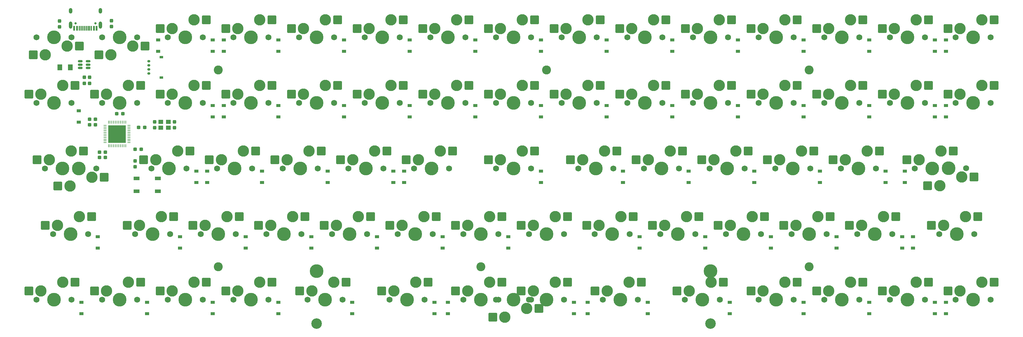
<source format=gbr>
%TF.GenerationSoftware,KiCad,Pcbnew,(6.0.8-1)-1*%
%TF.CreationDate,2024-01-23T20:52:19+01:00*%
%TF.ProjectId,tsuka60-pro,7473756b-6136-4302-9d70-726f2e6b6963,rev?*%
%TF.SameCoordinates,Original*%
%TF.FileFunction,Soldermask,Bot*%
%TF.FilePolarity,Negative*%
%FSLAX46Y46*%
G04 Gerber Fmt 4.6, Leading zero omitted, Abs format (unit mm)*
G04 Created by KiCad (PCBNEW (6.0.8-1)-1) date 2024-01-23 20:52:19*
%MOMM*%
%LPD*%
G01*
G04 APERTURE LIST*
G04 Aperture macros list*
%AMRoundRect*
0 Rectangle with rounded corners*
0 $1 Rounding radius*
0 $2 $3 $4 $5 $6 $7 $8 $9 X,Y pos of 4 corners*
0 Add a 4 corners polygon primitive as box body*
4,1,4,$2,$3,$4,$5,$6,$7,$8,$9,$2,$3,0*
0 Add four circle primitives for the rounded corners*
1,1,$1+$1,$2,$3*
1,1,$1+$1,$4,$5*
1,1,$1+$1,$6,$7*
1,1,$1+$1,$8,$9*
0 Add four rect primitives between the rounded corners*
20,1,$1+$1,$2,$3,$4,$5,0*
20,1,$1+$1,$4,$5,$6,$7,0*
20,1,$1+$1,$6,$7,$8,$9,0*
20,1,$1+$1,$8,$9,$2,$3,0*%
G04 Aperture macros list end*
%ADD10C,2.600000*%
%ADD11C,3.987800*%
%ADD12C,3.048000*%
%ADD13C,1.750000*%
%ADD14C,3.300000*%
%ADD15RoundRect,0.250000X1.025000X1.000000X-1.025000X1.000000X-1.025000X-1.000000X1.025000X-1.000000X0*%
%ADD16R,1.200000X0.900000*%
%ADD17RoundRect,0.237500X-0.237500X0.300000X-0.237500X-0.300000X0.237500X-0.300000X0.237500X0.300000X0*%
%ADD18RoundRect,0.237500X0.300000X0.237500X-0.300000X0.237500X-0.300000X-0.237500X0.300000X-0.237500X0*%
%ADD19RoundRect,0.237500X0.237500X-0.300000X0.237500X0.300000X-0.237500X0.300000X-0.237500X-0.300000X0*%
%ADD20RoundRect,0.237500X-0.300000X-0.237500X0.300000X-0.237500X0.300000X0.237500X-0.300000X0.237500X0*%
%ADD21RoundRect,0.250000X-1.025000X-1.000000X1.025000X-1.000000X1.025000X1.000000X-1.025000X1.000000X0*%
%ADD22R,1.800000X1.100000*%
%ADD23RoundRect,0.150000X0.487500X0.150000X-0.487500X0.150000X-0.487500X-0.150000X0.487500X-0.150000X0*%
%ADD24C,0.650000*%
%ADD25R,0.600000X1.450000*%
%ADD26R,0.300000X1.450000*%
%ADD27O,1.000000X1.600000*%
%ADD28O,1.000000X2.100000*%
%ADD29R,1.400000X1.200000*%
%ADD30RoundRect,0.062500X-0.062500X0.375000X-0.062500X-0.375000X0.062500X-0.375000X0.062500X0.375000X0*%
%ADD31RoundRect,0.062500X-0.375000X0.062500X-0.375000X-0.062500X0.375000X-0.062500X0.375000X0.062500X0*%
%ADD32R,5.150000X5.150000*%
%ADD33RoundRect,0.150000X-0.275000X0.150000X-0.275000X-0.150000X0.275000X-0.150000X0.275000X0.150000X0*%
%ADD34RoundRect,0.187500X-0.362500X0.187500X-0.362500X-0.187500X0.362500X-0.187500X0.362500X0.187500X0*%
%ADD35RoundRect,0.250001X0.462499X0.624999X-0.462499X0.624999X-0.462499X-0.624999X0.462499X-0.624999X0*%
G04 APERTURE END LIST*
D10*
%TO.C,H1*%
X120650000Y-98425000D03*
%TD*%
%TO.C,H2*%
X215900000Y-98425000D03*
%TD*%
%TO.C,H5*%
X196850000Y-155575000D03*
%TD*%
D11*
%TO.C,S1*%
X149225000Y-156845000D03*
X263525000Y-156845000D03*
D12*
X263525000Y-172085000D03*
X149225000Y-172085000D03*
%TD*%
D10*
%TO.C,H6*%
X292100000Y-155575000D03*
%TD*%
%TO.C,H4*%
X120650000Y-155575000D03*
%TD*%
%TO.C,H3*%
X292100000Y-98425000D03*
%TD*%
D13*
%TO.C,MX56*%
X278130000Y-146050000D03*
D11*
X273050000Y-146050000D03*
D13*
X267970000Y-146050000D03*
D14*
X269240000Y-143510000D03*
D15*
X265690000Y-143510000D03*
X279140000Y-140970000D03*
D14*
X275590000Y-140970000D03*
%TD*%
D16*
%TO.C,D47*%
X85725000Y-150081250D03*
X85725000Y-146781250D03*
%TD*%
D11*
%TO.C,MX73*%
X301625000Y-165100000D03*
D13*
X296545000Y-165100000D03*
X306705000Y-165100000D03*
D14*
X297815000Y-162560000D03*
D15*
X294265000Y-162560000D03*
X307715000Y-160020000D03*
D14*
X304165000Y-160020000D03*
%TD*%
D13*
%TO.C,MX39*%
X225107500Y-127000000D03*
X235267500Y-127000000D03*
D11*
X230187500Y-127000000D03*
D14*
X226377500Y-124460000D03*
D15*
X222827500Y-124460000D03*
D14*
X232727500Y-121920000D03*
D15*
X236277500Y-121920000D03*
%TD*%
D16*
%TO.C,D52*%
X185737500Y-150081250D03*
X185737500Y-146781250D03*
%TD*%
%TO.C,D55*%
X261937500Y-150081250D03*
X261937500Y-146781250D03*
%TD*%
D13*
%TO.C,MX19*%
X125095000Y-107950000D03*
X135255000Y-107950000D03*
D11*
X130175000Y-107950000D03*
D15*
X122815000Y-105410000D03*
D14*
X126365000Y-105410000D03*
D15*
X136265000Y-102870000D03*
D14*
X132715000Y-102870000D03*
%TD*%
D13*
%TO.C,MX5*%
X144145000Y-88900000D03*
D11*
X149225000Y-88900000D03*
D13*
X154305000Y-88900000D03*
D14*
X145415000Y-86360000D03*
D15*
X141865000Y-86360000D03*
X155315000Y-83820000D03*
D14*
X151765000Y-83820000D03*
%TD*%
D16*
%TO.C,D15*%
X331787500Y-92931250D03*
X331787500Y-89631250D03*
%TD*%
%TO.C,D39*%
X238125000Y-131031250D03*
X238125000Y-127731250D03*
%TD*%
D17*
%TO.C,R6*%
X83350000Y-100537500D03*
X83350000Y-102262500D03*
%TD*%
D13*
%TO.C,MX16*%
X67945000Y-107950000D03*
X78105000Y-107950000D03*
D11*
X73025000Y-107950000D03*
D15*
X65665000Y-105410000D03*
D14*
X69215000Y-105410000D03*
X75565000Y-102870000D03*
D15*
X79115000Y-102870000D03*
%TD*%
D16*
%TO.C,D6*%
X176212500Y-92931250D03*
X176212500Y-89631250D03*
%TD*%
D13*
%TO.C,MX51*%
X153670000Y-146050000D03*
D11*
X158750000Y-146050000D03*
D13*
X163830000Y-146050000D03*
D14*
X154940000Y-143510000D03*
D15*
X151390000Y-143510000D03*
X164840000Y-140970000D03*
D14*
X161290000Y-140970000D03*
%TD*%
D16*
%TO.C,D27*%
X290512500Y-111981250D03*
X290512500Y-108681250D03*
%TD*%
D18*
%TO.C,C7*%
X85000000Y-114300000D03*
X83275000Y-114300000D03*
%TD*%
D13*
%TO.C,MX40*%
X244157500Y-127000000D03*
D11*
X249237500Y-127000000D03*
D13*
X254317500Y-127000000D03*
D15*
X241877500Y-124460000D03*
D14*
X245427500Y-124460000D03*
D15*
X255327500Y-121920000D03*
D14*
X251777500Y-121920000D03*
%TD*%
D16*
%TO.C,D18*%
X122237500Y-111981250D03*
X122237500Y-108681250D03*
%TD*%
%TO.C,D57*%
X300037500Y-150081250D03*
X300037500Y-146781250D03*
%TD*%
D19*
%TO.C,R1*%
X96500000Y-126512500D03*
X96500000Y-124787500D03*
%TD*%
D13*
%TO.C,MX8*%
X211455000Y-88900000D03*
D11*
X206375000Y-88900000D03*
D13*
X201295000Y-88900000D03*
D15*
X199015000Y-86360000D03*
D14*
X202565000Y-86360000D03*
X208915000Y-83820000D03*
D15*
X212465000Y-83820000D03*
%TD*%
D13*
%TO.C,MX7*%
X182245000Y-88900000D03*
X192405000Y-88900000D03*
D11*
X187325000Y-88900000D03*
D14*
X183515000Y-86360000D03*
D15*
X179965000Y-86360000D03*
D14*
X189865000Y-83820000D03*
D15*
X193415000Y-83820000D03*
%TD*%
D19*
%TO.C,C2*%
X102181250Y-115162500D03*
X102181250Y-113437500D03*
%TD*%
D16*
%TO.C,D59*%
X322262500Y-150081250D03*
X322262500Y-146781250D03*
%TD*%
D13*
%TO.C,MX26*%
X258445000Y-107950000D03*
X268605000Y-107950000D03*
D11*
X263525000Y-107950000D03*
D14*
X259715000Y-105410000D03*
D15*
X256165000Y-105410000D03*
X269615000Y-102870000D03*
D14*
X266065000Y-102870000D03*
%TD*%
D13*
%TO.C,MX68*%
X210820000Y-146050000D03*
D11*
X215900000Y-146050000D03*
D13*
X220980000Y-146050000D03*
D14*
X212090000Y-143510000D03*
D15*
X208540000Y-143510000D03*
X221990000Y-140970000D03*
D14*
X218440000Y-140970000D03*
%TD*%
D13*
%TO.C,MX41*%
X263207500Y-127000000D03*
X273367500Y-127000000D03*
D11*
X268287500Y-127000000D03*
D15*
X260927500Y-124460000D03*
D14*
X264477500Y-124460000D03*
D15*
X274377500Y-121920000D03*
D14*
X270827500Y-121920000D03*
%TD*%
D13*
%TO.C,MX48*%
X96520000Y-146050000D03*
D11*
X101600000Y-146050000D03*
D13*
X106680000Y-146050000D03*
D15*
X94240000Y-143510000D03*
D14*
X97790000Y-143510000D03*
D15*
X107690000Y-140970000D03*
D14*
X104140000Y-140970000D03*
%TD*%
D20*
%TO.C,C6*%
X97562500Y-115093750D03*
X99287500Y-115093750D03*
%TD*%
D16*
%TO.C,D35*%
X152400000Y-131031250D03*
X152400000Y-127731250D03*
%TD*%
%TO.C,D37*%
X174625000Y-131031250D03*
X174625000Y-127731250D03*
%TD*%
D13*
%TO.C,MX65*%
X156686250Y-165100000D03*
X146526250Y-165100000D03*
D11*
X151606250Y-165100000D03*
D15*
X144246250Y-162560000D03*
D14*
X147796250Y-162560000D03*
D15*
X157696250Y-160020000D03*
D14*
X154146250Y-160020000D03*
%TD*%
D13*
%TO.C,MX22*%
X182245000Y-107950000D03*
D11*
X187325000Y-107950000D03*
D13*
X192405000Y-107950000D03*
D14*
X183515000Y-105410000D03*
D15*
X179965000Y-105410000D03*
D14*
X189865000Y-102870000D03*
D15*
X193415000Y-102870000D03*
%TD*%
D16*
%TO.C,D25*%
X252412500Y-111981250D03*
X252412500Y-108681250D03*
%TD*%
%TO.C,D30*%
X331787500Y-111981250D03*
X331787500Y-108681250D03*
%TD*%
%TO.C,D29*%
X328612500Y-111981250D03*
X328612500Y-108681250D03*
%TD*%
D13*
%TO.C,MX69*%
X220980000Y-165100000D03*
X210820000Y-165100000D03*
D11*
X215900000Y-165100000D03*
D14*
X212090000Y-162560000D03*
D15*
X208540000Y-162560000D03*
D14*
X218440000Y-160020000D03*
D15*
X221990000Y-160020000D03*
%TD*%
D13*
%TO.C,MX35*%
X149542500Y-127000000D03*
X139382500Y-127000000D03*
D11*
X144462500Y-127000000D03*
D15*
X137102500Y-124460000D03*
D14*
X140652500Y-124460000D03*
D15*
X150552500Y-121920000D03*
D14*
X147002500Y-121920000D03*
%TD*%
D13*
%TO.C,MX32*%
X85248750Y-127000000D03*
D11*
X80168750Y-127000000D03*
D13*
X75088750Y-127000000D03*
D21*
X87528750Y-129540000D03*
D14*
X83978750Y-129540000D03*
X77628750Y-132080000D03*
D21*
X74078750Y-132080000D03*
%TD*%
D11*
%TO.C,MX2*%
X92075000Y-88900000D03*
D13*
X86995000Y-88900000D03*
X97155000Y-88900000D03*
D21*
X99435000Y-91440000D03*
D14*
X95885000Y-91440000D03*
D21*
X85985000Y-93980000D03*
D14*
X89535000Y-93980000D03*
%TD*%
D13*
%TO.C,MX66*%
X180498750Y-165100000D03*
X170338750Y-165100000D03*
D11*
X175418750Y-165100000D03*
D15*
X168058750Y-162560000D03*
D14*
X171608750Y-162560000D03*
X177958750Y-160020000D03*
D15*
X181508750Y-160020000D03*
%TD*%
D13*
%TO.C,MX14*%
X315595000Y-88900000D03*
X325755000Y-88900000D03*
D11*
X320675000Y-88900000D03*
D14*
X316865000Y-86360000D03*
D15*
X313315000Y-86360000D03*
D14*
X323215000Y-83820000D03*
D15*
X326765000Y-83820000D03*
%TD*%
D11*
%TO.C,MX67*%
X196850000Y-165100000D03*
D13*
X201930000Y-165100000D03*
X191770000Y-165100000D03*
D14*
X193040000Y-162560000D03*
D15*
X189490000Y-162560000D03*
D14*
X199390000Y-160020000D03*
D15*
X202940000Y-160020000D03*
%TD*%
D16*
%TO.C,D62*%
X100012500Y-169131250D03*
X100012500Y-165831250D03*
%TD*%
%TO.C,D75*%
X331787500Y-169131250D03*
X331787500Y-165831250D03*
%TD*%
%TO.C,D66*%
X183356250Y-169131250D03*
X183356250Y-165831250D03*
%TD*%
D11*
%TO.C,MX54*%
X234950000Y-146050000D03*
D13*
X240030000Y-146050000D03*
X229870000Y-146050000D03*
D15*
X227590000Y-143510000D03*
D14*
X231140000Y-143510000D03*
X237490000Y-140970000D03*
D15*
X241040000Y-140970000D03*
%TD*%
D22*
%TO.C,SW1*%
X96912500Y-133612500D03*
X103112500Y-133612500D03*
X103112500Y-129912500D03*
X96912500Y-129912500D03*
%TD*%
D13*
%TO.C,MX10*%
X239395000Y-88900000D03*
D11*
X244475000Y-88900000D03*
D13*
X249555000Y-88900000D03*
D15*
X237115000Y-86360000D03*
D14*
X240665000Y-86360000D03*
D15*
X250565000Y-83820000D03*
D14*
X247015000Y-83820000D03*
%TD*%
D11*
%TO.C,MX20*%
X149225000Y-107950000D03*
D13*
X154305000Y-107950000D03*
X144145000Y-107950000D03*
D15*
X141865000Y-105410000D03*
D14*
X145415000Y-105410000D03*
D15*
X155315000Y-102870000D03*
D14*
X151765000Y-102870000D03*
%TD*%
D13*
%TO.C,MX32_2*%
X80486250Y-127000000D03*
D11*
X75406250Y-127000000D03*
D13*
X70326250Y-127000000D03*
D14*
X71596250Y-124460000D03*
D15*
X68046250Y-124460000D03*
D14*
X77946250Y-121920000D03*
D15*
X81496250Y-121920000D03*
%TD*%
D18*
%TO.C,C8*%
X85000000Y-112712500D03*
X83275000Y-112712500D03*
%TD*%
D13*
%TO.C,MX42*%
X282257500Y-127000000D03*
D11*
X287337500Y-127000000D03*
D13*
X292417500Y-127000000D03*
D14*
X283527500Y-124460000D03*
D15*
X279977500Y-124460000D03*
X293427500Y-121920000D03*
D14*
X289877500Y-121920000D03*
%TD*%
D16*
%TO.C,D13*%
X309562500Y-92931250D03*
X309562500Y-89631250D03*
%TD*%
D11*
%TO.C,MX24*%
X225425000Y-107950000D03*
D13*
X230505000Y-107950000D03*
X220345000Y-107950000D03*
D14*
X221615000Y-105410000D03*
D15*
X218065000Y-105410000D03*
X231515000Y-102870000D03*
D14*
X227965000Y-102870000D03*
%TD*%
D16*
%TO.C,D73*%
X309562500Y-169131250D03*
X309562500Y-165831250D03*
%TD*%
%TO.C,D58*%
X319087500Y-150081250D03*
X319087500Y-146781250D03*
%TD*%
%TO.C,D42*%
X295275000Y-131031250D03*
X295275000Y-127731250D03*
%TD*%
D23*
%TO.C,U2*%
X82893750Y-95887500D03*
X82893750Y-96837500D03*
X82893750Y-97787500D03*
X80618750Y-97787500D03*
X80618750Y-96837500D03*
X80618750Y-95887500D03*
%TD*%
D16*
%TO.C,D10*%
X252412500Y-92931250D03*
X252412500Y-89631250D03*
%TD*%
%TO.C,D40*%
X257175000Y-131031250D03*
X257175000Y-127731250D03*
%TD*%
D13*
%TO.C,MX12*%
X287655000Y-88900000D03*
X277495000Y-88900000D03*
D11*
X282575000Y-88900000D03*
D14*
X278765000Y-86360000D03*
D15*
X275215000Y-86360000D03*
D14*
X285115000Y-83820000D03*
D15*
X288665000Y-83820000D03*
%TD*%
D20*
%TO.C,C4*%
X96537500Y-121443750D03*
X98262500Y-121443750D03*
%TD*%
D16*
%TO.C,D68*%
X223837500Y-169131250D03*
X223837500Y-165831250D03*
%TD*%
D18*
%TO.C,R2*%
X87912500Y-123825000D03*
X86187500Y-123825000D03*
%TD*%
D16*
%TO.C,D63*%
X119062500Y-169131250D03*
X119062500Y-165831250D03*
%TD*%
%TO.C,D17*%
X119062500Y-111981250D03*
X119062500Y-108681250D03*
%TD*%
D24*
%TO.C,J1*%
X84990000Y-84840000D03*
X79210000Y-84840000D03*
D25*
X78850000Y-86285000D03*
X79650000Y-86285000D03*
D26*
X80850000Y-86285000D03*
X81850000Y-86285000D03*
X82350000Y-86285000D03*
X83350000Y-86285000D03*
D25*
X84550000Y-86285000D03*
X85350000Y-86285000D03*
X85350000Y-86285000D03*
X84550000Y-86285000D03*
D26*
X83850000Y-86285000D03*
X82850000Y-86285000D03*
X81350000Y-86285000D03*
X80350000Y-86285000D03*
D25*
X79650000Y-86285000D03*
X78850000Y-86285000D03*
D27*
X86420000Y-81190000D03*
D28*
X86420000Y-85370000D03*
X77780000Y-85370000D03*
D27*
X77780000Y-81190000D03*
%TD*%
D16*
%TO.C,D70*%
X245268750Y-169131250D03*
X245268750Y-165831250D03*
%TD*%
D13*
%TO.C,MX15*%
X334645000Y-88900000D03*
X344805000Y-88900000D03*
D11*
X339725000Y-88900000D03*
D15*
X332365000Y-86360000D03*
D14*
X335915000Y-86360000D03*
X342265000Y-83820000D03*
D15*
X345815000Y-83820000D03*
%TD*%
D11*
%TO.C,MX50*%
X139700000Y-146050000D03*
D13*
X134620000Y-146050000D03*
X144780000Y-146050000D03*
D15*
X132340000Y-143510000D03*
D14*
X135890000Y-143510000D03*
X142240000Y-140970000D03*
D15*
X145790000Y-140970000D03*
%TD*%
D16*
%TO.C,D4*%
X138112500Y-92931250D03*
X138112500Y-89631250D03*
%TD*%
%TO.C,D61*%
X80962500Y-169131250D03*
X80962500Y-165831250D03*
%TD*%
%TO.C,D67*%
X187325000Y-169131250D03*
X187325000Y-165831250D03*
%TD*%
%TO.C,D72*%
X290512500Y-169131250D03*
X290512500Y-165831250D03*
%TD*%
%TO.C,D44*%
X319881250Y-131031250D03*
X319881250Y-127731250D03*
%TD*%
%TO.C,D23*%
X214312500Y-111981250D03*
X214312500Y-108681250D03*
%TD*%
D29*
%TO.C,Y1*%
X106181250Y-115150000D03*
X103981250Y-115150000D03*
X103981250Y-113450000D03*
X106181250Y-113450000D03*
%TD*%
D16*
%TO.C,D53*%
X204787500Y-150081250D03*
X204787500Y-146781250D03*
%TD*%
%TO.C,D50*%
X147637500Y-150081250D03*
X147637500Y-146781250D03*
%TD*%
%TO.C,D36*%
X171450000Y-131031250D03*
X171450000Y-127731250D03*
%TD*%
%TO.C,D3*%
X122237500Y-92931250D03*
X122237500Y-89631250D03*
%TD*%
%TO.C,D24*%
X233362500Y-111981250D03*
X233362500Y-108681250D03*
%TD*%
%TO.C,D69*%
X227806250Y-169131250D03*
X227806250Y-165831250D03*
%TD*%
D11*
%TO.C,MX1*%
X73025000Y-88900000D03*
D13*
X67945000Y-88900000D03*
X78105000Y-88900000D03*
D21*
X80385000Y-91440000D03*
D14*
X76835000Y-91440000D03*
X70485000Y-93980000D03*
D21*
X66935000Y-93980000D03*
%TD*%
D13*
%TO.C,MX71*%
X266223750Y-165100000D03*
X256063750Y-165100000D03*
D11*
X261143750Y-165100000D03*
D14*
X257333750Y-162560000D03*
D15*
X253783750Y-162560000D03*
D14*
X263683750Y-160020000D03*
D15*
X267233750Y-160020000D03*
%TD*%
D11*
%TO.C,MX29*%
X320675000Y-107950000D03*
D13*
X315595000Y-107950000D03*
X325755000Y-107950000D03*
D14*
X316865000Y-105410000D03*
D15*
X313315000Y-105410000D03*
D14*
X323215000Y-102870000D03*
D15*
X326765000Y-102870000D03*
%TD*%
D16*
%TO.C,D49*%
X128587500Y-150081250D03*
X128587500Y-146781250D03*
%TD*%
%TO.C,D5*%
X157162500Y-92931250D03*
X157162500Y-89631250D03*
%TD*%
D11*
%TO.C,MX57*%
X292100000Y-146050000D03*
D13*
X287020000Y-146050000D03*
X297180000Y-146050000D03*
D15*
X284740000Y-143510000D03*
D14*
X288290000Y-143510000D03*
D15*
X298190000Y-140970000D03*
D14*
X294640000Y-140970000D03*
%TD*%
D16*
%TO.C,D14*%
X328612500Y-92931250D03*
X328612500Y-89631250D03*
%TD*%
%TO.C,D21*%
X176212500Y-111981250D03*
X176212500Y-108681250D03*
%TD*%
D11*
%TO.C,MX18*%
X111125000Y-107950000D03*
D13*
X106045000Y-107950000D03*
X116205000Y-107950000D03*
D15*
X103765000Y-105410000D03*
D14*
X107315000Y-105410000D03*
X113665000Y-102870000D03*
D15*
X117215000Y-102870000D03*
%TD*%
D16*
%TO.C,D43*%
X314325000Y-131031250D03*
X314325000Y-127731250D03*
%TD*%
%TO.C,D56*%
X280987500Y-150081250D03*
X280987500Y-146781250D03*
%TD*%
%TO.C,D8*%
X214312500Y-92931250D03*
X214312500Y-89631250D03*
%TD*%
%TO.C,D26*%
X271462500Y-111981250D03*
X271462500Y-108681250D03*
%TD*%
D11*
%TO.C,MX44*%
X332581250Y-126937500D03*
D13*
X327501250Y-126937500D03*
X337661250Y-126937500D03*
D21*
X339941250Y-129477500D03*
D14*
X336391250Y-129477500D03*
X330041250Y-132017500D03*
D21*
X326491250Y-132017500D03*
%TD*%
D11*
%TO.C,MX21*%
X168275000Y-107950000D03*
D13*
X163195000Y-107950000D03*
X173355000Y-107950000D03*
D14*
X164465000Y-105410000D03*
D15*
X160915000Y-105410000D03*
D14*
X170815000Y-102870000D03*
D15*
X174365000Y-102870000D03*
%TD*%
D16*
%TO.C,D34*%
X133350000Y-131031250D03*
X133350000Y-127731250D03*
%TD*%
%TO.C,D51*%
X166687500Y-150081250D03*
X166687500Y-146781250D03*
%TD*%
%TO.C,D48*%
X109537500Y-150081250D03*
X109537500Y-146781250D03*
%TD*%
D13*
%TO.C,MX59*%
X340042500Y-146050000D03*
X329882500Y-146050000D03*
D11*
X334962500Y-146050000D03*
D14*
X331152500Y-143510000D03*
D15*
X327602500Y-143510000D03*
D14*
X337502500Y-140970000D03*
D15*
X341052500Y-140970000D03*
%TD*%
D16*
%TO.C,D54*%
X242887500Y-150081250D03*
X242887500Y-146781250D03*
%TD*%
%TO.C,D2*%
X119062500Y-92931250D03*
X119062500Y-89631250D03*
%TD*%
%TO.C,D74*%
X328612500Y-169131250D03*
X328612500Y-165831250D03*
%TD*%
D17*
%TO.C,C1*%
X107981250Y-113437500D03*
X107981250Y-115162500D03*
%TD*%
D11*
%TO.C,MX43*%
X306387500Y-127000000D03*
D13*
X301307500Y-127000000D03*
X311467500Y-127000000D03*
D14*
X302577500Y-124460000D03*
D15*
X299027500Y-124460000D03*
D14*
X308927500Y-121920000D03*
D15*
X312477500Y-121920000D03*
%TD*%
D13*
%TO.C,MX75*%
X334645000Y-165100000D03*
X344805000Y-165100000D03*
D11*
X339725000Y-165100000D03*
D15*
X332365000Y-162560000D03*
D14*
X335915000Y-162560000D03*
X342265000Y-160020000D03*
D15*
X345815000Y-160020000D03*
%TD*%
D18*
%TO.C,C5*%
X87912500Y-122237500D03*
X86187500Y-122237500D03*
%TD*%
D16*
%TO.C,D32*%
X114300000Y-131031250D03*
X114300000Y-127731250D03*
%TD*%
D19*
%TO.C,R4*%
X89693750Y-85793750D03*
X89693750Y-84068750D03*
%TD*%
D30*
%TO.C,U1*%
X88781250Y-113562500D03*
X89281250Y-113562500D03*
X89781250Y-113562500D03*
X90281250Y-113562500D03*
X90781250Y-113562500D03*
X91281250Y-113562500D03*
X91781250Y-113562500D03*
X92281250Y-113562500D03*
X92781250Y-113562500D03*
X93281250Y-113562500D03*
X93781250Y-113562500D03*
D31*
X94718750Y-114500000D03*
X94718750Y-115000000D03*
X94718750Y-115500000D03*
X94718750Y-116000000D03*
X94718750Y-116500000D03*
X94718750Y-117000000D03*
X94718750Y-117500000D03*
X94718750Y-118000000D03*
X94718750Y-118500000D03*
X94718750Y-119000000D03*
X94718750Y-119500000D03*
D30*
X93781250Y-120437500D03*
X93281250Y-120437500D03*
X92781250Y-120437500D03*
X92281250Y-120437500D03*
X91781250Y-120437500D03*
X91281250Y-120437500D03*
X90781250Y-120437500D03*
X90281250Y-120437500D03*
X89781250Y-120437500D03*
X89281250Y-120437500D03*
X88781250Y-120437500D03*
D31*
X87843750Y-119500000D03*
X87843750Y-119000000D03*
X87843750Y-118500000D03*
X87843750Y-118000000D03*
X87843750Y-117500000D03*
X87843750Y-117000000D03*
X87843750Y-116500000D03*
X87843750Y-116000000D03*
X87843750Y-115500000D03*
X87843750Y-115000000D03*
X87843750Y-114500000D03*
D32*
X91281250Y-117000000D03*
%TD*%
D16*
%TO.C,D12*%
X290512500Y-92931250D03*
X290512500Y-89631250D03*
%TD*%
D17*
%TO.C,R5*%
X81756250Y-100537500D03*
X81756250Y-102262500D03*
%TD*%
D16*
%TO.C,D65*%
X159543750Y-169131250D03*
X159543750Y-165831250D03*
%TD*%
%TO.C,D7*%
X195262500Y-92931250D03*
X195262500Y-89631250D03*
%TD*%
D13*
%TO.C,MX38*%
X201295000Y-127000000D03*
D11*
X206375000Y-127000000D03*
D13*
X211455000Y-127000000D03*
D15*
X199015000Y-124460000D03*
D14*
X202565000Y-124460000D03*
X208915000Y-121920000D03*
D15*
X212465000Y-121920000D03*
%TD*%
D16*
%TO.C,D19*%
X138112500Y-111981250D03*
X138112500Y-108681250D03*
%TD*%
D13*
%TO.C,MX36*%
X158432500Y-127000000D03*
D11*
X163512500Y-127000000D03*
D13*
X168592500Y-127000000D03*
D14*
X159702500Y-124460000D03*
D15*
X156152500Y-124460000D03*
X169602500Y-121920000D03*
D14*
X166052500Y-121920000D03*
%TD*%
D13*
%TO.C,MX11*%
X268605000Y-88900000D03*
D11*
X263525000Y-88900000D03*
D13*
X258445000Y-88900000D03*
D15*
X256165000Y-86360000D03*
D14*
X259715000Y-86360000D03*
D15*
X269615000Y-83820000D03*
D14*
X266065000Y-83820000D03*
%TD*%
D16*
%TO.C,D20*%
X157162500Y-111981250D03*
X157162500Y-108681250D03*
%TD*%
D11*
%TO.C,MX61*%
X73025000Y-165100000D03*
D13*
X78105000Y-165100000D03*
X67945000Y-165100000D03*
D14*
X69215000Y-162560000D03*
D15*
X65665000Y-162560000D03*
D14*
X75565000Y-160020000D03*
D15*
X79115000Y-160020000D03*
%TD*%
D13*
%TO.C,MX27*%
X287655000Y-107950000D03*
X277495000Y-107950000D03*
D11*
X282575000Y-107950000D03*
D14*
X278765000Y-105410000D03*
D15*
X275215000Y-105410000D03*
D14*
X285115000Y-102870000D03*
D15*
X288665000Y-102870000D03*
%TD*%
D33*
%TO.C,J2*%
X100518750Y-95831250D03*
X100518750Y-97031250D03*
X100518750Y-98231250D03*
X100518750Y-99431250D03*
D34*
X104143750Y-100606250D03*
X104143750Y-94656250D03*
%TD*%
D16*
%TO.C,D1*%
X103187500Y-92931250D03*
X103187500Y-89631250D03*
%TD*%
%TO.C,D41*%
X276225000Y-131031250D03*
X276225000Y-127731250D03*
%TD*%
D13*
%TO.C,MX47*%
X72707500Y-146050000D03*
X82867500Y-146050000D03*
D11*
X77787500Y-146050000D03*
D14*
X73977500Y-143510000D03*
D15*
X70427500Y-143510000D03*
D14*
X80327500Y-140970000D03*
D15*
X83877500Y-140970000D03*
%TD*%
D11*
%TO.C,MX3*%
X111125000Y-88900000D03*
D13*
X116205000Y-88900000D03*
X106045000Y-88900000D03*
D15*
X103765000Y-86360000D03*
D14*
X107315000Y-86360000D03*
D15*
X117215000Y-83820000D03*
D14*
X113665000Y-83820000D03*
%TD*%
D13*
%TO.C,MX33*%
X101282500Y-127000000D03*
X111442500Y-127000000D03*
D11*
X106362500Y-127000000D03*
D15*
X99002500Y-124460000D03*
D14*
X102552500Y-124460000D03*
X108902500Y-121920000D03*
D15*
X112452500Y-121920000D03*
%TD*%
D16*
%TO.C,D33*%
X117475000Y-131031250D03*
X117475000Y-127731250D03*
%TD*%
%TO.C,D71*%
X269081250Y-169131250D03*
X269081250Y-165831250D03*
%TD*%
D11*
%TO.C,MX49*%
X120650000Y-146050000D03*
D13*
X115570000Y-146050000D03*
X125730000Y-146050000D03*
D15*
X113290000Y-143510000D03*
D14*
X116840000Y-143510000D03*
X123190000Y-140970000D03*
D15*
X126740000Y-140970000D03*
%TD*%
D16*
%TO.C,D16*%
X80168750Y-113568750D03*
X80168750Y-110268750D03*
%TD*%
D13*
%TO.C,MX64*%
X125095000Y-165100000D03*
D11*
X130175000Y-165100000D03*
D13*
X135255000Y-165100000D03*
D14*
X126365000Y-162560000D03*
D15*
X122815000Y-162560000D03*
X136265000Y-160020000D03*
D14*
X132715000Y-160020000D03*
%TD*%
D16*
%TO.C,D22*%
X195262500Y-111981250D03*
X195262500Y-108681250D03*
%TD*%
D35*
%TO.C,F1*%
X77687500Y-97631250D03*
X74712500Y-97631250D03*
%TD*%
D13*
%TO.C,MX23*%
X211455000Y-107950000D03*
X201295000Y-107950000D03*
D11*
X206375000Y-107950000D03*
D14*
X202565000Y-105410000D03*
D15*
X199015000Y-105410000D03*
D14*
X208915000Y-102870000D03*
D15*
X212465000Y-102870000D03*
%TD*%
D13*
%TO.C,MX13*%
X296545000Y-88900000D03*
X306705000Y-88900000D03*
D11*
X301625000Y-88900000D03*
D14*
X297815000Y-86360000D03*
D15*
X294265000Y-86360000D03*
X307715000Y-83820000D03*
D14*
X304165000Y-83820000D03*
%TD*%
D13*
%TO.C,MX9*%
X220345000Y-88900000D03*
X230505000Y-88900000D03*
D11*
X225425000Y-88900000D03*
D14*
X221615000Y-86360000D03*
D15*
X218065000Y-86360000D03*
X231515000Y-83820000D03*
D14*
X227965000Y-83820000D03*
%TD*%
D11*
%TO.C,MX34*%
X125412500Y-127000000D03*
D13*
X120332500Y-127000000D03*
X130492500Y-127000000D03*
D14*
X121602500Y-124460000D03*
D15*
X118052500Y-124460000D03*
X131502500Y-121920000D03*
D14*
X127952500Y-121920000D03*
%TD*%
D11*
%TO.C,MX63*%
X111125000Y-165100000D03*
D13*
X116205000Y-165100000D03*
X106045000Y-165100000D03*
D14*
X107315000Y-162560000D03*
D15*
X103765000Y-162560000D03*
D14*
X113665000Y-160020000D03*
D15*
X117215000Y-160020000D03*
%TD*%
D11*
%TO.C,MX53*%
X196850000Y-146050000D03*
D13*
X191770000Y-146050000D03*
X201930000Y-146050000D03*
D14*
X193040000Y-143510000D03*
D15*
X189490000Y-143510000D03*
D14*
X199390000Y-140970000D03*
D15*
X202940000Y-140970000D03*
%TD*%
D16*
%TO.C,D11*%
X271462500Y-92931250D03*
X271462500Y-89631250D03*
%TD*%
D18*
%TO.C,C3*%
X92937500Y-111125000D03*
X91212500Y-111125000D03*
%TD*%
D13*
%TO.C,MX74*%
X325755000Y-165100000D03*
D11*
X320675000Y-165100000D03*
D13*
X315595000Y-165100000D03*
D14*
X316865000Y-162560000D03*
D15*
X313315000Y-162560000D03*
D14*
X323215000Y-160020000D03*
D15*
X326765000Y-160020000D03*
%TD*%
D13*
%TO.C,MX4*%
X125095000Y-88900000D03*
X135255000Y-88900000D03*
D11*
X130175000Y-88900000D03*
D14*
X126365000Y-86360000D03*
D15*
X122815000Y-86360000D03*
D14*
X132715000Y-83820000D03*
D15*
X136265000Y-83820000D03*
%TD*%
D16*
%TO.C,D28*%
X309562500Y-111981250D03*
X309562500Y-108681250D03*
%TD*%
D13*
%TO.C,MX52*%
X172720000Y-146050000D03*
X182880000Y-146050000D03*
D11*
X177800000Y-146050000D03*
D14*
X173990000Y-143510000D03*
D15*
X170440000Y-143510000D03*
D14*
X180340000Y-140970000D03*
D15*
X183890000Y-140970000D03*
%TD*%
D13*
%TO.C,MX55*%
X259080000Y-146050000D03*
X248920000Y-146050000D03*
D11*
X254000000Y-146050000D03*
D14*
X250190000Y-143510000D03*
D15*
X246640000Y-143510000D03*
X260090000Y-140970000D03*
D14*
X256540000Y-140970000D03*
%TD*%
D13*
%TO.C,MX25*%
X249555000Y-107950000D03*
X239395000Y-107950000D03*
D11*
X244475000Y-107950000D03*
D14*
X240665000Y-105410000D03*
D15*
X237115000Y-105410000D03*
X250565000Y-102870000D03*
D14*
X247015000Y-102870000D03*
%TD*%
D13*
%TO.C,MX72*%
X277495000Y-165100000D03*
D11*
X282575000Y-165100000D03*
D13*
X287655000Y-165100000D03*
D15*
X275215000Y-162560000D03*
D14*
X278765000Y-162560000D03*
D15*
X288665000Y-160020000D03*
D14*
X285115000Y-160020000D03*
%TD*%
D11*
%TO.C,MX30*%
X339725000Y-107950000D03*
D13*
X344805000Y-107950000D03*
X334645000Y-107950000D03*
D14*
X335915000Y-105410000D03*
D15*
X332365000Y-105410000D03*
X345815000Y-102870000D03*
D14*
X342265000Y-102870000D03*
%TD*%
D13*
%TO.C,MX70_2*%
X201295000Y-165100000D03*
X211455000Y-165100000D03*
D11*
X206375000Y-165100000D03*
D21*
X213735000Y-167640000D03*
D14*
X210185000Y-167640000D03*
X203835000Y-170180000D03*
D21*
X200285000Y-170180000D03*
%TD*%
D16*
%TO.C,D64*%
X138112500Y-169131250D03*
X138112500Y-165831250D03*
%TD*%
D13*
%TO.C,MX58*%
X316230000Y-146050000D03*
X306070000Y-146050000D03*
D11*
X311150000Y-146050000D03*
D15*
X303790000Y-143510000D03*
D14*
X307340000Y-143510000D03*
D15*
X317240000Y-140970000D03*
D14*
X313690000Y-140970000D03*
%TD*%
D11*
%TO.C,MX17*%
X92075000Y-107950000D03*
D13*
X97155000Y-107950000D03*
X86995000Y-107950000D03*
D15*
X84715000Y-105410000D03*
D14*
X88265000Y-105410000D03*
D15*
X98165000Y-102870000D03*
D14*
X94615000Y-102870000D03*
%TD*%
D11*
%TO.C,MX70*%
X237331250Y-165100000D03*
D13*
X242411250Y-165100000D03*
X232251250Y-165100000D03*
D15*
X229971250Y-162560000D03*
D14*
X233521250Y-162560000D03*
D15*
X243421250Y-160020000D03*
D14*
X239871250Y-160020000D03*
%TD*%
D19*
%TO.C,R3*%
X74612500Y-85862500D03*
X74612500Y-84137500D03*
%TD*%
D11*
%TO.C,MX28*%
X301625000Y-107950000D03*
D13*
X296545000Y-107950000D03*
X306705000Y-107950000D03*
D14*
X297815000Y-105410000D03*
D15*
X294265000Y-105410000D03*
D14*
X304165000Y-102870000D03*
D15*
X307715000Y-102870000D03*
%TD*%
D13*
%TO.C,MX37*%
X187642500Y-127000000D03*
D11*
X182562500Y-127000000D03*
D13*
X177482500Y-127000000D03*
D15*
X175202500Y-124460000D03*
D14*
X178752500Y-124460000D03*
X185102500Y-121920000D03*
D15*
X188652500Y-121920000D03*
%TD*%
D13*
%TO.C,MX44_2*%
X332898750Y-127000000D03*
X322738750Y-127000000D03*
D11*
X327818750Y-127000000D03*
D14*
X324008750Y-124460000D03*
D15*
X320458750Y-124460000D03*
X333908750Y-121920000D03*
D14*
X330358750Y-121920000D03*
%TD*%
D11*
%TO.C,MX62*%
X92075000Y-165100000D03*
D13*
X86995000Y-165100000D03*
X97155000Y-165100000D03*
D14*
X88265000Y-162560000D03*
D15*
X84715000Y-162560000D03*
X98165000Y-160020000D03*
D14*
X94615000Y-160020000D03*
%TD*%
D11*
%TO.C,MX6*%
X168275000Y-88900000D03*
D13*
X163195000Y-88900000D03*
X173355000Y-88900000D03*
D15*
X160915000Y-86360000D03*
D14*
X164465000Y-86360000D03*
D15*
X174365000Y-83820000D03*
D14*
X170815000Y-83820000D03*
%TD*%
D16*
%TO.C,D9*%
X233362500Y-92931250D03*
X233362500Y-89631250D03*
%TD*%
%TO.C,D38*%
X214312500Y-131031250D03*
X214312500Y-127731250D03*
%TD*%
M02*

</source>
